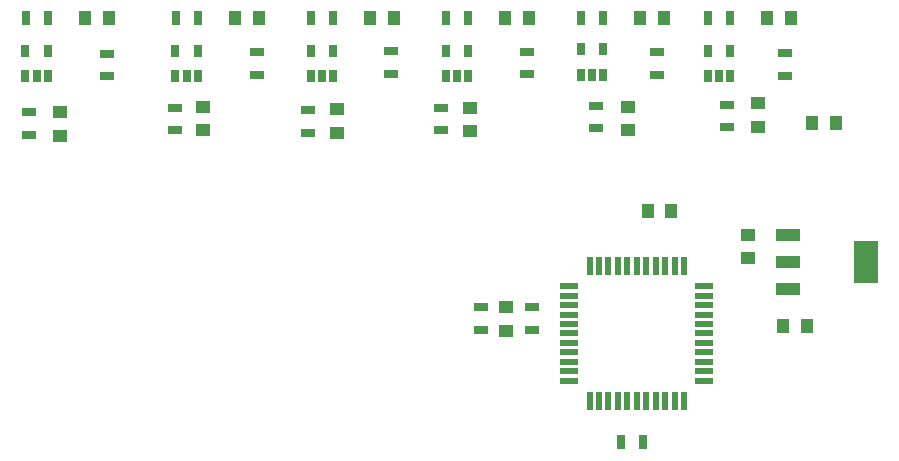
<source format=gbr>
%TF.GenerationSoftware,KiCad,Pcbnew,4.0.1-stable*%
%TF.CreationDate,2016-04-25T17:13:01+03:00*%
%TF.ProjectId,6xUSB_PowMet,36785553425F506F774D65742E6B6963,rev?*%
%TF.FileFunction,Paste,Top*%
%FSLAX46Y46*%
G04 Gerber Fmt 4.6, Leading zero omitted, Abs format (unit mm)*
G04 Created by KiCad (PCBNEW 4.0.1-stable) date 25.04.2016 17:13:01*
%MOMM*%
G01*
G04 APERTURE LIST*
%ADD10C,0.100000*%
%ADD11R,1.000000X1.250000*%
%ADD12R,1.250000X1.000000*%
%ADD13R,0.550000X1.500000*%
%ADD14R,1.500000X0.550000*%
%ADD15R,1.300000X0.700000*%
%ADD16R,0.700000X1.300000*%
%ADD17R,2.032000X3.657600*%
%ADD18R,2.032000X1.016000*%
%ADD19R,0.650000X1.060000*%
G04 APERTURE END LIST*
D10*
D11*
X112100000Y-84865000D03*
X114100000Y-84865000D03*
D12*
X133400000Y-92550000D03*
X133400000Y-94550000D03*
X158075000Y-92325000D03*
X158075000Y-94325000D03*
X109950000Y-92775000D03*
X109950000Y-94775000D03*
D11*
X171225000Y-110925000D03*
X173225000Y-110925000D03*
D12*
X168200000Y-105175000D03*
X168200000Y-103175000D03*
X147775000Y-111300000D03*
X147775000Y-109300000D03*
D11*
X173695000Y-93755000D03*
X175695000Y-93755000D03*
X159750000Y-101200000D03*
X161750000Y-101200000D03*
X136230000Y-84865000D03*
X138230000Y-84865000D03*
X159090000Y-84865000D03*
X161090000Y-84865000D03*
D12*
X122100000Y-92325000D03*
X122100000Y-94325000D03*
X169050000Y-92050000D03*
X169050000Y-94050000D03*
X144675000Y-92425000D03*
X144675000Y-94425000D03*
D11*
X124800000Y-84865000D03*
X126800000Y-84865000D03*
X169885000Y-84865000D03*
X171885000Y-84865000D03*
X147660000Y-84865000D03*
X149660000Y-84865000D03*
D13*
X154820000Y-117235000D03*
X155620000Y-117235000D03*
X156420000Y-117235000D03*
X157220000Y-117235000D03*
X158020000Y-117235000D03*
X158820000Y-117235000D03*
X159620000Y-117235000D03*
X160420000Y-117235000D03*
X161220000Y-117235000D03*
X162020000Y-117235000D03*
X162820000Y-117235000D03*
D14*
X164520000Y-115535000D03*
X164520000Y-114735000D03*
X164520000Y-113935000D03*
X164520000Y-113135000D03*
X164520000Y-112335000D03*
X164520000Y-111535000D03*
X164520000Y-110735000D03*
X164520000Y-109935000D03*
X164520000Y-109135000D03*
X164520000Y-108335000D03*
X164520000Y-107535000D03*
D13*
X162820000Y-105835000D03*
X162020000Y-105835000D03*
X161220000Y-105835000D03*
X160420000Y-105835000D03*
X159620000Y-105835000D03*
X158820000Y-105835000D03*
X158020000Y-105835000D03*
X157220000Y-105835000D03*
X156420000Y-105835000D03*
X155620000Y-105835000D03*
X154820000Y-105835000D03*
D14*
X153120000Y-107535000D03*
X153120000Y-108335000D03*
X153120000Y-109135000D03*
X153120000Y-109935000D03*
X153120000Y-110735000D03*
X153120000Y-111535000D03*
X153120000Y-112335000D03*
X153120000Y-113135000D03*
X153120000Y-113935000D03*
X153120000Y-114735000D03*
X153120000Y-115535000D03*
D15*
X113950000Y-87875000D03*
X113950000Y-89775000D03*
D16*
X107070000Y-84865000D03*
X108970000Y-84865000D03*
D15*
X107375000Y-92800000D03*
X107375000Y-94700000D03*
X145625000Y-111200000D03*
X145625000Y-109300000D03*
X149930000Y-111215000D03*
X149930000Y-109315000D03*
D16*
X159375000Y-120750000D03*
X157475000Y-120750000D03*
D15*
X131000000Y-92625000D03*
X131000000Y-94525000D03*
X155350000Y-92250000D03*
X155350000Y-94150000D03*
X138050000Y-87625000D03*
X138050000Y-89525000D03*
X160500000Y-87725000D03*
X160500000Y-89625000D03*
D16*
X131200000Y-84865000D03*
X133100000Y-84865000D03*
X154060000Y-84865000D03*
X155960000Y-84865000D03*
D15*
X119700000Y-92425000D03*
X119700000Y-94325000D03*
X166500000Y-92150000D03*
X166500000Y-94050000D03*
X142250000Y-92425000D03*
X142250000Y-94325000D03*
X126650000Y-87725000D03*
X126650000Y-89625000D03*
X171400000Y-87825000D03*
X171400000Y-89725000D03*
D16*
X119770000Y-84865000D03*
X121670000Y-84865000D03*
D15*
X149500000Y-87675000D03*
X149500000Y-89575000D03*
D16*
X164855000Y-84865000D03*
X166755000Y-84865000D03*
X142630000Y-84865000D03*
X144530000Y-84865000D03*
D17*
X178227000Y-105475000D03*
D18*
X171623000Y-105475000D03*
X171623000Y-107761000D03*
X171623000Y-103189000D03*
D19*
X107050000Y-89775000D03*
X108000000Y-89775000D03*
X108950000Y-89775000D03*
X108950000Y-87575000D03*
X107050000Y-87575000D03*
X119750000Y-89775000D03*
X120700000Y-89775000D03*
X121650000Y-89775000D03*
X121650000Y-87575000D03*
X119750000Y-87575000D03*
X131200000Y-89775000D03*
X132150000Y-89775000D03*
X133100000Y-89775000D03*
X133100000Y-87575000D03*
X131200000Y-87575000D03*
X142650000Y-89775000D03*
X143600000Y-89775000D03*
X144550000Y-89775000D03*
X144550000Y-87575000D03*
X142650000Y-87575000D03*
X154100000Y-89675000D03*
X155050000Y-89675000D03*
X156000000Y-89675000D03*
X156000000Y-87475000D03*
X154100000Y-87475000D03*
X164850000Y-89775000D03*
X165800000Y-89775000D03*
X166750000Y-89775000D03*
X166750000Y-87575000D03*
X164850000Y-87575000D03*
M02*

</source>
